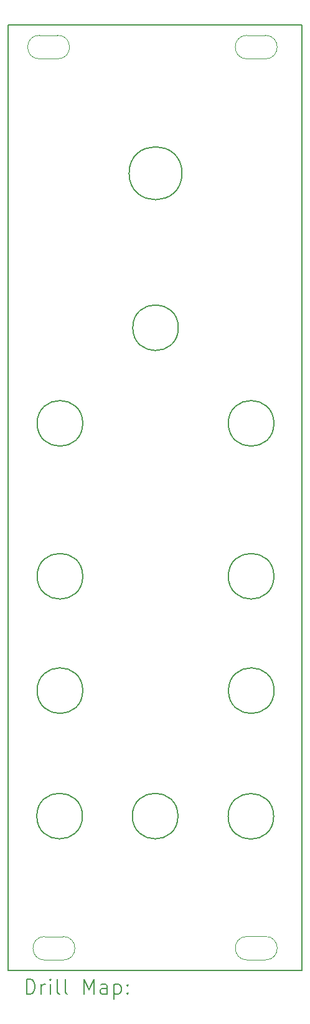
<source format=gbr>
%TF.GenerationSoftware,KiCad,Pcbnew,7.0.8*%
%TF.CreationDate,2023-10-24T12:55:40-07:00*%
%TF.ProjectId,VCO Front Plate,56434f20-4672-46f6-9e74-20506c617465,rev?*%
%TF.SameCoordinates,Original*%
%TF.FileFunction,Drillmap*%
%TF.FilePolarity,Positive*%
%FSLAX45Y45*%
G04 Gerber Fmt 4.5, Leading zero omitted, Abs format (unit mm)*
G04 Created by KiCad (PCBNEW 7.0.8) date 2023-10-24 12:55:40*
%MOMM*%
%LPD*%
G01*
G04 APERTURE LIST*
%ADD10C,0.050000*%
%ADD11C,0.200000*%
G04 APERTURE END LIST*
D10*
X9293000Y-16750000D02*
G75*
G03*
X9293000Y-17070000I0J-160000D01*
G01*
X9293000Y-17070000D02*
X9543000Y-17070000D01*
X9293000Y-16750000D02*
X9543000Y-16750000D01*
X9543000Y-17070000D02*
G75*
G03*
X9543000Y-16750000I0J160000D01*
G01*
X12045000Y-16749000D02*
X12295000Y-16749000D01*
X12045000Y-17069000D02*
X12295000Y-17069000D01*
X12045000Y-16749000D02*
G75*
G03*
X12045000Y-17069000I0J-160000D01*
G01*
X12295000Y-17069000D02*
G75*
G03*
X12295000Y-16749000I0J160000D01*
G01*
X12044000Y-4500000D02*
X12294000Y-4500000D01*
X12294000Y-4820000D02*
G75*
G03*
X12294000Y-4500000I0J160000D01*
G01*
X12044000Y-4820000D02*
X12294000Y-4820000D01*
X12044000Y-4500000D02*
G75*
G03*
X12044000Y-4820000I0J-160000D01*
G01*
X9470000Y-4820000D02*
G75*
G03*
X9470000Y-4500000I0J160000D01*
G01*
X9220000Y-4820000D02*
X9470000Y-4820000D01*
X9220000Y-4500000D02*
X9470000Y-4500000D01*
X9220000Y-4500000D02*
G75*
G03*
X9220000Y-4820000I0J-160000D01*
G01*
D11*
X8795004Y-17209798D02*
X12795004Y-17209798D01*
X8795004Y-4360000D02*
X8795004Y-17209798D01*
X12411999Y-13408000D02*
G75*
G03*
X12411999Y-13408000I-309999J0D01*
G01*
X8795004Y-4359798D02*
X12795004Y-4359798D01*
X9805002Y-15113000D02*
G75*
G03*
X9805002Y-15113000I-309999J0D01*
G01*
X9809999Y-11853000D02*
G75*
G03*
X9809999Y-11853000I-309999J0D01*
G01*
X9809999Y-13408000D02*
G75*
G03*
X9809999Y-13408000I-309999J0D01*
G01*
X12409999Y-11853000D02*
G75*
G03*
X12409999Y-11853000I-309999J0D01*
G01*
X11110000Y-8475000D02*
G75*
G03*
X11110000Y-8475000I-310000J0D01*
G01*
X12410000Y-9775000D02*
G75*
G03*
X12410000Y-9775000I-310000J0D01*
G01*
X9810000Y-9775000D02*
G75*
G03*
X9810000Y-9775000I-310000J0D01*
G01*
X12795004Y-4359798D02*
X12795004Y-17209798D01*
X11159999Y-6375000D02*
G75*
G03*
X11159999Y-6375000I-359999J0D01*
G01*
X8795004Y-4359798D02*
X8795004Y-4359798D01*
X12406997Y-15117000D02*
G75*
G03*
X12406997Y-15117000I-309999J0D01*
G01*
X11104999Y-15113000D02*
G75*
G03*
X11104999Y-15113000I-309999J0D01*
G01*
X9045781Y-17531282D02*
X9045781Y-17331282D01*
X9045781Y-17331282D02*
X9093400Y-17331282D01*
X9093400Y-17331282D02*
X9121971Y-17340806D01*
X9121971Y-17340806D02*
X9141019Y-17359853D01*
X9141019Y-17359853D02*
X9150543Y-17378901D01*
X9150543Y-17378901D02*
X9160067Y-17416996D01*
X9160067Y-17416996D02*
X9160067Y-17445567D01*
X9160067Y-17445567D02*
X9150543Y-17483663D01*
X9150543Y-17483663D02*
X9141019Y-17502710D01*
X9141019Y-17502710D02*
X9121971Y-17521758D01*
X9121971Y-17521758D02*
X9093400Y-17531282D01*
X9093400Y-17531282D02*
X9045781Y-17531282D01*
X9245781Y-17531282D02*
X9245781Y-17397948D01*
X9245781Y-17436044D02*
X9255305Y-17416996D01*
X9255305Y-17416996D02*
X9264829Y-17407472D01*
X9264829Y-17407472D02*
X9283876Y-17397948D01*
X9283876Y-17397948D02*
X9302924Y-17397948D01*
X9369590Y-17531282D02*
X9369590Y-17397948D01*
X9369590Y-17331282D02*
X9360067Y-17340806D01*
X9360067Y-17340806D02*
X9369590Y-17350329D01*
X9369590Y-17350329D02*
X9379114Y-17340806D01*
X9379114Y-17340806D02*
X9369590Y-17331282D01*
X9369590Y-17331282D02*
X9369590Y-17350329D01*
X9493400Y-17531282D02*
X9474352Y-17521758D01*
X9474352Y-17521758D02*
X9464829Y-17502710D01*
X9464829Y-17502710D02*
X9464829Y-17331282D01*
X9598162Y-17531282D02*
X9579114Y-17521758D01*
X9579114Y-17521758D02*
X9569590Y-17502710D01*
X9569590Y-17502710D02*
X9569590Y-17331282D01*
X9826733Y-17531282D02*
X9826733Y-17331282D01*
X9826733Y-17331282D02*
X9893400Y-17474139D01*
X9893400Y-17474139D02*
X9960067Y-17331282D01*
X9960067Y-17331282D02*
X9960067Y-17531282D01*
X10141019Y-17531282D02*
X10141019Y-17426520D01*
X10141019Y-17426520D02*
X10131495Y-17407472D01*
X10131495Y-17407472D02*
X10112448Y-17397948D01*
X10112448Y-17397948D02*
X10074352Y-17397948D01*
X10074352Y-17397948D02*
X10055305Y-17407472D01*
X10141019Y-17521758D02*
X10121971Y-17531282D01*
X10121971Y-17531282D02*
X10074352Y-17531282D01*
X10074352Y-17531282D02*
X10055305Y-17521758D01*
X10055305Y-17521758D02*
X10045781Y-17502710D01*
X10045781Y-17502710D02*
X10045781Y-17483663D01*
X10045781Y-17483663D02*
X10055305Y-17464615D01*
X10055305Y-17464615D02*
X10074352Y-17455091D01*
X10074352Y-17455091D02*
X10121971Y-17455091D01*
X10121971Y-17455091D02*
X10141019Y-17445567D01*
X10236257Y-17397948D02*
X10236257Y-17597948D01*
X10236257Y-17407472D02*
X10255305Y-17397948D01*
X10255305Y-17397948D02*
X10293400Y-17397948D01*
X10293400Y-17397948D02*
X10312448Y-17407472D01*
X10312448Y-17407472D02*
X10321971Y-17416996D01*
X10321971Y-17416996D02*
X10331495Y-17436044D01*
X10331495Y-17436044D02*
X10331495Y-17493186D01*
X10331495Y-17493186D02*
X10321971Y-17512234D01*
X10321971Y-17512234D02*
X10312448Y-17521758D01*
X10312448Y-17521758D02*
X10293400Y-17531282D01*
X10293400Y-17531282D02*
X10255305Y-17531282D01*
X10255305Y-17531282D02*
X10236257Y-17521758D01*
X10417210Y-17512234D02*
X10426733Y-17521758D01*
X10426733Y-17521758D02*
X10417210Y-17531282D01*
X10417210Y-17531282D02*
X10407686Y-17521758D01*
X10407686Y-17521758D02*
X10417210Y-17512234D01*
X10417210Y-17512234D02*
X10417210Y-17531282D01*
X10417210Y-17407472D02*
X10426733Y-17416996D01*
X10426733Y-17416996D02*
X10417210Y-17426520D01*
X10417210Y-17426520D02*
X10407686Y-17416996D01*
X10407686Y-17416996D02*
X10417210Y-17407472D01*
X10417210Y-17407472D02*
X10417210Y-17426520D01*
M02*

</source>
